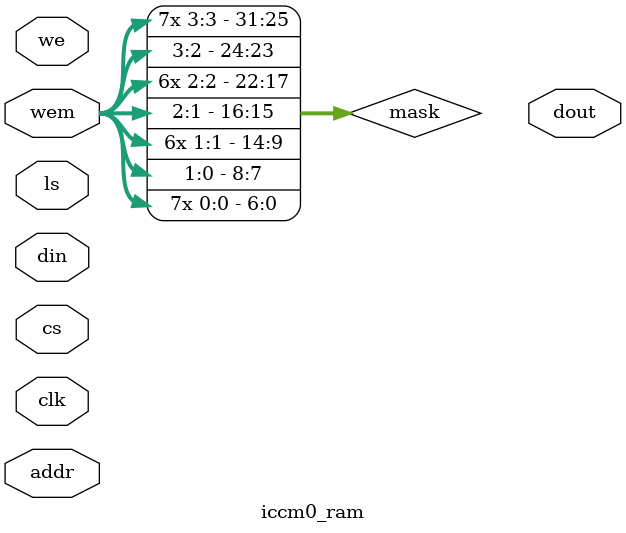
<source format=v>

`include "defines.v"

// Simulation timestep information
//
// synopsys translate_off

///////////////////////////////////////////////////////////////////////////
// Common Verilog definitions
///////////////////////////////////////////////////////////////////////////

// Verilog simulator timescale definition for all modules
//
`timescale 1 ns / 10 ps

// synopsys translate_on
`ifdef VERILATOR
`define XCAM_MODEL
`endif
`ifdef TTVTOC
`define XCAM_MODEL
`endif
`ifndef RAM_MODEL_INIT      
`define RAM_MODEL_INIT      
`endif
// leda off
module iccm0_ram #(
  parameter  par_data_msb =  31,
  parameter  par_be_msb   =  3,
  parameter  par_addr_msb =  17,
  parameter  par_addr_lsb =  3
  ) (
  input   [par_data_msb: 0]            din,      // write data input
  input   [par_addr_msb:par_addr_lsb]  addr,     // address for read or write
  input                                cs,       // RAM chip select, active high
  input                                we,       // memory write enable, active high
  input   [par_be_msb             :0]  wem,      // byte write enables, active high
  input                                ls,       // light sleep
  output  [par_data_msb           :0]  dout,     // read data output
  input                                clk       // clock input
  );
parameter par_addr_width = (par_addr_msb-par_addr_lsb+1);
parameter par_mem_size = (1 << par_addr_width);
parameter par_byte_addressing = (par_data_msb > 31);
parameter par_dpi_addr_msb = par_byte_addressing ? par_addr_msb : (par_addr_msb-par_addr_lsb);

`ifdef FPGA_INFER_MEMORIES // {

wire                  rden; // memory read enable
wire [par_data_msb:0] wren; // write enables

assign rden = cs & ~we;
assign wren = {40{cs & we}} & {

                 {8{wem[par_be_msb]}},
                 {8{wem[3]}},{8{wem[2]}},{8{wem[1]}},{8{wem[0]}}};

fpga_sram #(
  .MEM_SIZE(par_mem_size),
  .ADDR_MSB(par_addr_msb),
  .ADDR_LSB(par_addr_lsb),
  .PIPELINED(1'b0),
  .DATA_WIDTH(par_data_msb+1),
  .WR_SIZE     (1), 
  .SYNC_OUT(0),
  .RAM_STL("no_rw_check"))
u_iccm0_sram (
  .clk              (clk),
  .din              (din),
  .addr             (addr),
  .regen            (1'b1),
  .rden             (rden),
  .wren             (wren),
  .dout             (dout));

`else  // } { not FPGA_INFER_MEMORIES follows...

// form write data bit mask
wire [par_data_msb:0] mask;
assign mask = {
                 {8{wem[par_be_msb]}},
                 {8{wem[3]}},{8{wem[2]}},{8{wem[1]}},{8{wem[0]}}
               };   

// Initialize memory with random values
// synopsys translate_off
`ifndef XCAM_MODEL      // {
`ifdef RAM_MODEL_INIT      // {

integer i;
initial 
begin : init
  localparam ICCM0_SIZE = 1<<par_addr_msb;
  for (i=0; i < ICCM0_SIZE/16; i=i+1) begin
    // u_ram_core_inst.ram_core_0[i] = ({$random} % `ICCM0_BANK_WIDTH);
    // Initializing rams with Zero. Partail stores to un-initalized location is getting exception when ecc is present. 
    // Fixing the star - 9001278913
    u_ram_core_inst.ram_core_0[i] = 0;
  end 
end
`endif                 // }  ifdef RAM_MODEL_INIT


`endif                 // }  ifndef XCAM_MODEL
// synopsys translate_on

// synopsys translate_off
ram_core #(
  .par_data_msb (par_data_msb),
  .par_be_msb   (par_data_msb), // data bit write mask
  .par_addr_msb (par_addr_msb),
  .par_addr_lsb (par_addr_lsb)
  ) u_ram_core_inst (
  .clk  (clk),
  .din  (din),
  .addr (addr),
  .cs   (cs),
  .we   (we),
  .wem  (mask),
  .dout (dout)
);
// synopsys translate_on
`endif       // }
endmodule
// leda on
// spyglass enable_block ALL

</source>
